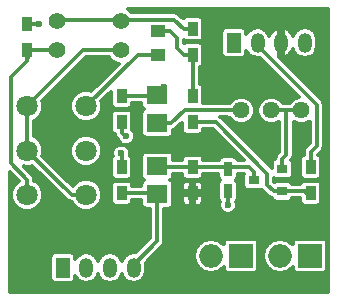
<source format=gtl>
G04 #@! TF.FileFunction,Copper,L1,Top,Signal*
%FSLAX46Y46*%
G04 Gerber Fmt 4.6, Leading zero omitted, Abs format (unit mm)*
G04 Created by KiCad (PCBNEW 4.0.4-1.fc24-product) date Thu Mar  1 09:37:53 2018*
%MOMM*%
%LPD*%
G01*
G04 APERTURE LIST*
%ADD10C,0.100000*%
%ADD11C,1.400000*%
%ADD12R,1.200000X1.700000*%
%ADD13O,1.200000X1.700000*%
%ADD14C,1.800000*%
%ADD15C,1.440000*%
%ADD16O,1.998980X1.998980*%
%ADD17R,1.998980X1.998980*%
%ADD18R,0.900000X1.200000*%
%ADD19R,1.800860X1.549400*%
%ADD20R,0.750000X1.200000*%
%ADD21R,0.900000X0.800000*%
%ADD22R,1.250000X1.000000*%
%ADD23C,0.600000*%
%ADD24C,0.300000*%
G04 APERTURE END LIST*
D10*
D11*
X137500000Y-80500000D03*
X137500000Y-83000000D03*
X142900000Y-80500000D03*
X142900000Y-83000000D03*
D12*
X138000000Y-101400000D03*
D13*
X140000000Y-101400000D03*
X142000000Y-101400000D03*
X144000000Y-101400000D03*
D14*
X135000000Y-87750000D03*
X135000000Y-91500000D03*
X135000000Y-95250000D03*
X140000000Y-87750000D03*
X140000000Y-91500000D03*
X140000000Y-95250000D03*
D15*
X158200000Y-88100000D03*
X155660000Y-88100000D03*
X153120000Y-88100000D03*
D16*
X150560000Y-100400000D03*
D17*
X153100000Y-100400000D03*
D16*
X156400000Y-100400000D03*
D17*
X158940000Y-100400000D03*
D18*
X143000000Y-95100000D03*
X143000000Y-92900000D03*
D19*
X146000000Y-92823980D03*
X146000000Y-95176020D03*
D20*
X152000000Y-93050000D03*
X152000000Y-94950000D03*
D19*
X146000000Y-89176020D03*
X146000000Y-86823980D03*
D12*
X152500000Y-82350000D03*
D13*
X154500000Y-82350000D03*
X156500000Y-82350000D03*
X158500000Y-82350000D03*
D21*
X156600000Y-94950000D03*
X156600000Y-93050000D03*
X154200000Y-94000000D03*
D18*
X149000000Y-92900000D03*
X149000000Y-95100000D03*
X159000000Y-92900000D03*
X159000000Y-95100000D03*
X143000000Y-89100000D03*
X143000000Y-86900000D03*
X149000000Y-86900000D03*
X149000000Y-89100000D03*
X149000000Y-83400000D03*
X149000000Y-81200000D03*
X135000000Y-83000000D03*
X135000000Y-80800000D03*
D22*
X146100000Y-81400000D03*
X146100000Y-83400000D03*
D23*
X136000000Y-80800000D03*
X146580338Y-86080338D03*
X142963596Y-91736404D03*
X152000000Y-96100000D03*
X143400000Y-90300000D03*
D24*
X154200000Y-94000000D02*
X154200000Y-93300000D01*
X154200000Y-93300000D02*
X153800000Y-92900000D01*
X152150000Y-92900000D02*
X152000000Y-93050000D01*
X153800000Y-92900000D02*
X152150000Y-92900000D01*
X149000000Y-92900000D02*
X151850000Y-92900000D01*
X151850000Y-92900000D02*
X152000000Y-93050000D01*
X149000000Y-92900000D02*
X146076020Y-92900000D01*
X146076020Y-92900000D02*
X146000000Y-92823980D01*
X146000000Y-99150000D02*
X146000000Y-95176020D01*
X144000000Y-101400000D02*
X144000000Y-101150000D01*
X144000000Y-101150000D02*
X146000000Y-99150000D01*
X143000000Y-95100000D02*
X145923980Y-95100000D01*
X145923980Y-95100000D02*
X146000000Y-95176020D01*
X135000000Y-80800000D02*
X136000000Y-80800000D01*
X146280339Y-86380337D02*
X146580338Y-86080338D01*
X146000000Y-86660676D02*
X146280339Y-86380337D01*
X146000000Y-86823980D02*
X146000000Y-86660676D01*
X143000000Y-92900000D02*
X143000000Y-91772808D01*
X143000000Y-91772808D02*
X142963596Y-91736404D01*
X152000000Y-94950000D02*
X152000000Y-96100000D01*
X143000000Y-86900000D02*
X145923980Y-86900000D01*
X145923980Y-86900000D02*
X146000000Y-86823980D01*
X158940000Y-100460000D02*
X158940000Y-100400000D01*
X153000000Y-100400000D02*
X153100000Y-100400000D01*
X153120000Y-88100000D02*
X152101767Y-88100000D01*
X152101767Y-88100000D02*
X152051766Y-88049999D01*
X147200430Y-89176020D02*
X146000000Y-89176020D01*
X152051766Y-88049999D02*
X148326451Y-88049999D01*
X148326451Y-88049999D02*
X147200430Y-89176020D01*
X146100000Y-81400000D02*
X147100000Y-81400000D01*
X147100000Y-81400000D02*
X147700000Y-82000000D01*
X147700000Y-82000000D02*
X147700000Y-82800000D01*
X147700000Y-82800000D02*
X148300000Y-83400000D01*
X148300000Y-83400000D02*
X149000000Y-83400000D01*
X145975000Y-81600000D02*
X146100000Y-81600000D01*
X148800000Y-83600000D02*
X149000000Y-83400000D01*
X149000000Y-83250000D02*
X149000000Y-83400000D01*
X149000000Y-83400000D02*
X149000000Y-84300000D01*
X149000000Y-84300000D02*
X149000000Y-86900000D01*
X146100000Y-83400000D02*
X144350000Y-83400000D01*
X144350000Y-83400000D02*
X140000000Y-87750000D01*
X140000000Y-87750000D02*
X140350000Y-87750000D01*
X137500000Y-80500000D02*
X137600000Y-80400000D01*
X137600000Y-80400000D02*
X142800000Y-80400000D01*
X142800000Y-80400000D02*
X142900000Y-80500000D01*
X142900000Y-80500000D02*
X143000000Y-80400000D01*
X147450000Y-80400000D02*
X148250000Y-81200000D01*
X143000000Y-80400000D02*
X147450000Y-80400000D01*
X148250000Y-81200000D02*
X149000000Y-81200000D01*
X148900000Y-80800000D02*
X149000000Y-80900000D01*
X154400000Y-82400000D02*
X154400000Y-82500000D01*
X154400000Y-82500000D02*
X159500000Y-87600000D01*
X159500000Y-87600000D02*
X159500000Y-91100000D01*
X159500000Y-91100000D02*
X159000000Y-91600000D01*
X159000000Y-91600000D02*
X159000000Y-92900000D01*
X156400000Y-82400000D02*
X156400000Y-83550000D01*
X156400000Y-83550000D02*
X156550000Y-83700000D01*
X156600000Y-94950000D02*
X158850000Y-94950000D01*
X158850000Y-94950000D02*
X159000000Y-95100000D01*
X156600000Y-94950000D02*
X155850000Y-94950000D01*
X155300000Y-93439998D02*
X150960002Y-89100000D01*
X155850000Y-94950000D02*
X155300000Y-94400000D01*
X155300000Y-94400000D02*
X155300000Y-93439998D01*
X150960002Y-89100000D02*
X149000000Y-89100000D01*
X149000000Y-89100000D02*
X149200000Y-89300000D01*
X158600000Y-95100000D02*
X159000000Y-95100000D01*
X158200000Y-88100000D02*
X156950000Y-88100000D01*
X156950000Y-88100000D02*
X155660000Y-88100000D01*
X156600000Y-92200000D02*
X156950000Y-91850000D01*
X156950000Y-91850000D02*
X156950000Y-88100000D01*
X156600000Y-93050000D02*
X156600000Y-92200000D01*
X156600000Y-93000000D02*
X156550000Y-93050000D01*
X156550000Y-93050000D02*
X156600000Y-93050000D01*
X143000000Y-90000000D02*
X143300000Y-90300000D01*
X143300000Y-90300000D02*
X143400000Y-90300000D01*
X143000000Y-89100000D02*
X143000000Y-90000000D01*
X142900000Y-83000000D02*
X139750000Y-83000000D01*
X139750000Y-83000000D02*
X135000000Y-87750000D01*
X135000000Y-91500000D02*
X138750000Y-95250000D01*
X138750000Y-95250000D02*
X140000000Y-95250000D01*
X135000000Y-87750000D02*
X135000000Y-89022792D01*
X135000000Y-89022792D02*
X135000000Y-91500000D01*
X135000000Y-95250000D02*
X135000000Y-93977208D01*
X135000000Y-93977208D02*
X133600000Y-92577208D01*
X133600000Y-92577208D02*
X133600000Y-85300000D01*
X133600000Y-85300000D02*
X135000000Y-83900000D01*
X135000000Y-83900000D02*
X135000000Y-83000000D01*
X135000000Y-83000000D02*
X137500000Y-83000000D01*
X135100000Y-83500000D02*
X135100000Y-83650000D01*
G36*
X160475000Y-103475000D02*
X133525000Y-103475000D01*
X133525000Y-93350736D01*
X134266597Y-94092333D01*
X134236285Y-94104858D01*
X133856193Y-94484288D01*
X133650235Y-94980290D01*
X133649766Y-95517353D01*
X133854858Y-96013715D01*
X134234288Y-96393807D01*
X134730290Y-96599765D01*
X135267353Y-96600234D01*
X135763715Y-96395142D01*
X136143807Y-96015712D01*
X136349765Y-95519710D01*
X136350234Y-94982647D01*
X136145142Y-94486285D01*
X135765712Y-94106193D01*
X135600000Y-94037383D01*
X135600000Y-93977208D01*
X135554328Y-93747598D01*
X135424264Y-93552944D01*
X134714549Y-92843229D01*
X134730290Y-92849765D01*
X135267353Y-92850234D01*
X135433186Y-92781714D01*
X138325736Y-95674264D01*
X138520390Y-95804328D01*
X138750000Y-95850000D01*
X138787213Y-95850000D01*
X138854858Y-96013715D01*
X139234288Y-96393807D01*
X139730290Y-96599765D01*
X140267353Y-96600234D01*
X140763715Y-96395142D01*
X141143807Y-96015712D01*
X141349765Y-95519710D01*
X141350234Y-94982647D01*
X141145142Y-94486285D01*
X140765712Y-94106193D01*
X140269710Y-93900235D01*
X139732647Y-93899766D01*
X139236285Y-94104858D01*
X138856193Y-94484288D01*
X138849334Y-94500806D01*
X136281834Y-91933306D01*
X136349765Y-91769710D01*
X136349767Y-91767353D01*
X138649766Y-91767353D01*
X138854858Y-92263715D01*
X139234288Y-92643807D01*
X139730290Y-92849765D01*
X140267353Y-92850234D01*
X140763715Y-92645142D01*
X141143807Y-92265712D01*
X141349765Y-91769710D01*
X141350234Y-91232647D01*
X141145142Y-90736285D01*
X140765712Y-90356193D01*
X140269710Y-90150235D01*
X139732647Y-90149766D01*
X139236285Y-90354858D01*
X138856193Y-90734288D01*
X138650235Y-91230290D01*
X138649766Y-91767353D01*
X136349767Y-91767353D01*
X136350234Y-91232647D01*
X136145142Y-90736285D01*
X135765712Y-90356193D01*
X135600000Y-90287383D01*
X135600000Y-88962787D01*
X135763715Y-88895142D01*
X136143807Y-88515712D01*
X136349765Y-88019710D01*
X136350234Y-87482647D01*
X136281714Y-87316814D01*
X139998528Y-83600000D01*
X141903613Y-83600000D01*
X141924509Y-83650572D01*
X142247727Y-83974354D01*
X142670247Y-84149800D01*
X142751601Y-84149871D01*
X140433306Y-86468166D01*
X140269710Y-86400235D01*
X139732647Y-86399766D01*
X139236285Y-86604858D01*
X138856193Y-86984288D01*
X138650235Y-87480290D01*
X138649766Y-88017353D01*
X138854858Y-88513715D01*
X139234288Y-88893807D01*
X139730290Y-89099765D01*
X140267353Y-89100234D01*
X140763715Y-88895142D01*
X141143807Y-88515712D01*
X141150331Y-88500000D01*
X142091184Y-88500000D01*
X142091184Y-89700000D01*
X142122562Y-89866760D01*
X142221117Y-90019919D01*
X142371495Y-90122668D01*
X142426621Y-90133831D01*
X142445672Y-90229610D01*
X142575736Y-90424264D01*
X142684984Y-90533512D01*
X142763811Y-90724286D01*
X142974605Y-90935448D01*
X143097603Y-90986521D01*
X142815066Y-90986274D01*
X142539310Y-91100215D01*
X142328148Y-91311009D01*
X142213727Y-91586565D01*
X142213466Y-91884934D01*
X142245087Y-91961461D01*
X142230081Y-91971117D01*
X142127332Y-92121495D01*
X142091184Y-92300000D01*
X142091184Y-93500000D01*
X142122562Y-93666760D01*
X142221117Y-93819919D01*
X142371495Y-93922668D01*
X142550000Y-93958816D01*
X143450000Y-93958816D01*
X143616760Y-93927438D01*
X143769919Y-93828883D01*
X143872668Y-93678505D01*
X143908816Y-93500000D01*
X143908816Y-92300000D01*
X143877438Y-92133240D01*
X143778883Y-91980081D01*
X143697570Y-91924522D01*
X143713465Y-91886243D01*
X143713726Y-91587874D01*
X143599785Y-91312118D01*
X143388991Y-91100956D01*
X143265993Y-91049883D01*
X143548530Y-91050130D01*
X143824286Y-90936189D01*
X144035448Y-90725395D01*
X144149869Y-90449839D01*
X144150130Y-90151470D01*
X144036189Y-89875714D01*
X143900715Y-89740004D01*
X143908816Y-89700000D01*
X143908816Y-88500000D01*
X143877438Y-88333240D01*
X143778883Y-88180081D01*
X143628505Y-88077332D01*
X143450000Y-88041184D01*
X142550000Y-88041184D01*
X142383240Y-88072562D01*
X142230081Y-88171117D01*
X142127332Y-88321495D01*
X142091184Y-88500000D01*
X141150331Y-88500000D01*
X141349765Y-88019710D01*
X141350234Y-87482647D01*
X141281714Y-87316814D01*
X142091184Y-86507344D01*
X142091184Y-87500000D01*
X142122562Y-87666760D01*
X142221117Y-87819919D01*
X142371495Y-87922668D01*
X142550000Y-87958816D01*
X143450000Y-87958816D01*
X143616760Y-87927438D01*
X143769919Y-87828883D01*
X143872668Y-87678505D01*
X143908816Y-87500000D01*
X144640754Y-87500000D01*
X144640754Y-87598680D01*
X144672132Y-87765440D01*
X144770687Y-87918599D01*
X144890985Y-88000795D01*
X144779651Y-88072437D01*
X144676902Y-88222815D01*
X144640754Y-88401320D01*
X144640754Y-89950720D01*
X144672132Y-90117480D01*
X144770687Y-90270639D01*
X144921065Y-90373388D01*
X145099570Y-90409536D01*
X146900430Y-90409536D01*
X147067190Y-90378158D01*
X147220349Y-90279603D01*
X147323098Y-90129225D01*
X147359246Y-89950720D01*
X147359246Y-89744430D01*
X147430040Y-89730348D01*
X147624694Y-89600284D01*
X148091184Y-89133794D01*
X148091184Y-89700000D01*
X148122562Y-89866760D01*
X148221117Y-90019919D01*
X148371495Y-90122668D01*
X148550000Y-90158816D01*
X149450000Y-90158816D01*
X149616760Y-90127438D01*
X149769919Y-90028883D01*
X149872668Y-89878505D01*
X149908816Y-89700000D01*
X150711474Y-89700000D01*
X153311474Y-92300000D01*
X152805592Y-92300000D01*
X152802438Y-92283240D01*
X152703883Y-92130081D01*
X152553505Y-92027332D01*
X152375000Y-91991184D01*
X151625000Y-91991184D01*
X151458240Y-92022562D01*
X151305081Y-92121117D01*
X151202332Y-92271495D01*
X151196560Y-92300000D01*
X149908816Y-92300000D01*
X149877438Y-92133240D01*
X149778883Y-91980081D01*
X149628505Y-91877332D01*
X149450000Y-91841184D01*
X148550000Y-91841184D01*
X148383240Y-91872562D01*
X148230081Y-91971117D01*
X148127332Y-92121495D01*
X148091184Y-92300000D01*
X147359246Y-92300000D01*
X147359246Y-92049280D01*
X147327868Y-91882520D01*
X147229313Y-91729361D01*
X147078935Y-91626612D01*
X146900430Y-91590464D01*
X145099570Y-91590464D01*
X144932810Y-91621842D01*
X144779651Y-91720397D01*
X144676902Y-91870775D01*
X144640754Y-92049280D01*
X144640754Y-93598680D01*
X144672132Y-93765440D01*
X144770687Y-93918599D01*
X144890985Y-94000795D01*
X144779651Y-94072437D01*
X144676902Y-94222815D01*
X144640754Y-94401320D01*
X144640754Y-94500000D01*
X143908816Y-94500000D01*
X143877438Y-94333240D01*
X143778883Y-94180081D01*
X143628505Y-94077332D01*
X143450000Y-94041184D01*
X142550000Y-94041184D01*
X142383240Y-94072562D01*
X142230081Y-94171117D01*
X142127332Y-94321495D01*
X142091184Y-94500000D01*
X142091184Y-95700000D01*
X142122562Y-95866760D01*
X142221117Y-96019919D01*
X142371495Y-96122668D01*
X142550000Y-96158816D01*
X143450000Y-96158816D01*
X143616760Y-96127438D01*
X143769919Y-96028883D01*
X143872668Y-95878505D01*
X143908816Y-95700000D01*
X144640754Y-95700000D01*
X144640754Y-95950720D01*
X144672132Y-96117480D01*
X144770687Y-96270639D01*
X144921065Y-96373388D01*
X145099570Y-96409536D01*
X145400000Y-96409536D01*
X145400000Y-98901472D01*
X144189289Y-100112183D01*
X144000000Y-100074531D01*
X143598182Y-100154457D01*
X143257538Y-100382069D01*
X143029926Y-100722713D01*
X143000000Y-100873162D01*
X142970074Y-100722713D01*
X142742462Y-100382069D01*
X142401818Y-100154457D01*
X142000000Y-100074531D01*
X141598182Y-100154457D01*
X141257538Y-100382069D01*
X141029926Y-100722713D01*
X141000000Y-100873162D01*
X140970074Y-100722713D01*
X140742462Y-100382069D01*
X140401818Y-100154457D01*
X140000000Y-100074531D01*
X139598182Y-100154457D01*
X139257538Y-100382069D01*
X139058816Y-100679476D01*
X139058816Y-100550000D01*
X139027438Y-100383240D01*
X138928883Y-100230081D01*
X138778505Y-100127332D01*
X138600000Y-100091184D01*
X137400000Y-100091184D01*
X137233240Y-100122562D01*
X137080081Y-100221117D01*
X136977332Y-100371495D01*
X136941184Y-100550000D01*
X136941184Y-102250000D01*
X136972562Y-102416760D01*
X137071117Y-102569919D01*
X137221495Y-102672668D01*
X137400000Y-102708816D01*
X138600000Y-102708816D01*
X138766760Y-102677438D01*
X138919919Y-102578883D01*
X139022668Y-102428505D01*
X139058816Y-102250000D01*
X139058816Y-102120524D01*
X139257538Y-102417931D01*
X139598182Y-102645543D01*
X140000000Y-102725469D01*
X140401818Y-102645543D01*
X140742462Y-102417931D01*
X140970074Y-102077287D01*
X141000000Y-101926838D01*
X141029926Y-102077287D01*
X141257538Y-102417931D01*
X141598182Y-102645543D01*
X142000000Y-102725469D01*
X142401818Y-102645543D01*
X142742462Y-102417931D01*
X142970074Y-102077287D01*
X143000000Y-101926838D01*
X143029926Y-102077287D01*
X143257538Y-102417931D01*
X143598182Y-102645543D01*
X144000000Y-102725469D01*
X144401818Y-102645543D01*
X144742462Y-102417931D01*
X144970074Y-102077287D01*
X145050000Y-101675469D01*
X145050000Y-101124531D01*
X145020799Y-100977729D01*
X145598528Y-100400000D01*
X149082113Y-100400000D01*
X149192449Y-100954696D01*
X149506659Y-101424944D01*
X149976907Y-101739154D01*
X150531603Y-101849490D01*
X150588397Y-101849490D01*
X151143093Y-101739154D01*
X151613341Y-101424944D01*
X151641694Y-101382511D01*
X151641694Y-101399490D01*
X151673072Y-101566250D01*
X151771627Y-101719409D01*
X151922005Y-101822158D01*
X152100510Y-101858306D01*
X154099490Y-101858306D01*
X154266250Y-101826928D01*
X154419409Y-101728373D01*
X154522158Y-101577995D01*
X154558306Y-101399490D01*
X154558306Y-100400000D01*
X154922113Y-100400000D01*
X155032449Y-100954696D01*
X155346659Y-101424944D01*
X155816907Y-101739154D01*
X156371603Y-101849490D01*
X156428397Y-101849490D01*
X156983093Y-101739154D01*
X157453341Y-101424944D01*
X157481694Y-101382511D01*
X157481694Y-101399490D01*
X157513072Y-101566250D01*
X157611627Y-101719409D01*
X157762005Y-101822158D01*
X157940510Y-101858306D01*
X159939490Y-101858306D01*
X160106250Y-101826928D01*
X160259409Y-101728373D01*
X160362158Y-101577995D01*
X160398306Y-101399490D01*
X160398306Y-99400510D01*
X160366928Y-99233750D01*
X160268373Y-99080591D01*
X160117995Y-98977842D01*
X159939490Y-98941694D01*
X157940510Y-98941694D01*
X157773750Y-98973072D01*
X157620591Y-99071627D01*
X157517842Y-99222005D01*
X157481694Y-99400510D01*
X157481694Y-99417489D01*
X157453341Y-99375056D01*
X156983093Y-99060846D01*
X156428397Y-98950510D01*
X156371603Y-98950510D01*
X155816907Y-99060846D01*
X155346659Y-99375056D01*
X155032449Y-99845304D01*
X154922113Y-100400000D01*
X154558306Y-100400000D01*
X154558306Y-99400510D01*
X154526928Y-99233750D01*
X154428373Y-99080591D01*
X154277995Y-98977842D01*
X154099490Y-98941694D01*
X152100510Y-98941694D01*
X151933750Y-98973072D01*
X151780591Y-99071627D01*
X151677842Y-99222005D01*
X151641694Y-99400510D01*
X151641694Y-99417489D01*
X151613341Y-99375056D01*
X151143093Y-99060846D01*
X150588397Y-98950510D01*
X150531603Y-98950510D01*
X149976907Y-99060846D01*
X149506659Y-99375056D01*
X149192449Y-99845304D01*
X149082113Y-100400000D01*
X145598528Y-100400000D01*
X146424264Y-99574264D01*
X146554328Y-99379610D01*
X146600000Y-99150000D01*
X146600000Y-96409536D01*
X146900430Y-96409536D01*
X147067190Y-96378158D01*
X147220349Y-96279603D01*
X147323098Y-96129225D01*
X147359246Y-95950720D01*
X147359246Y-95362500D01*
X148100000Y-95362500D01*
X148100000Y-95789511D01*
X148168509Y-95954905D01*
X148295096Y-96081492D01*
X148460490Y-96150000D01*
X148737500Y-96150000D01*
X148850000Y-96037500D01*
X148850000Y-95250000D01*
X149150000Y-95250000D01*
X149150000Y-96037500D01*
X149262500Y-96150000D01*
X149539510Y-96150000D01*
X149704904Y-96081492D01*
X149831491Y-95954905D01*
X149900000Y-95789511D01*
X149900000Y-95362500D01*
X149787500Y-95250000D01*
X149150000Y-95250000D01*
X148850000Y-95250000D01*
X148212500Y-95250000D01*
X148100000Y-95362500D01*
X147359246Y-95362500D01*
X147359246Y-94410489D01*
X148100000Y-94410489D01*
X148100000Y-94837500D01*
X148212500Y-94950000D01*
X148850000Y-94950000D01*
X148850000Y-94162500D01*
X149150000Y-94162500D01*
X149150000Y-94950000D01*
X149787500Y-94950000D01*
X149900000Y-94837500D01*
X149900000Y-94410489D01*
X149831491Y-94245095D01*
X149704904Y-94118508D01*
X149539510Y-94050000D01*
X149262500Y-94050000D01*
X149150000Y-94162500D01*
X148850000Y-94162500D01*
X148737500Y-94050000D01*
X148460490Y-94050000D01*
X148295096Y-94118508D01*
X148168509Y-94245095D01*
X148100000Y-94410489D01*
X147359246Y-94410489D01*
X147359246Y-94401320D01*
X147327868Y-94234560D01*
X147229313Y-94081401D01*
X147109015Y-93999205D01*
X147220349Y-93927563D01*
X147323098Y-93777185D01*
X147359246Y-93598680D01*
X147359246Y-93500000D01*
X148091184Y-93500000D01*
X148122562Y-93666760D01*
X148221117Y-93819919D01*
X148371495Y-93922668D01*
X148550000Y-93958816D01*
X149450000Y-93958816D01*
X149616760Y-93927438D01*
X149769919Y-93828883D01*
X149872668Y-93678505D01*
X149908816Y-93500000D01*
X151166184Y-93500000D01*
X151166184Y-93650000D01*
X151197562Y-93816760D01*
X151296117Y-93969919D01*
X151339054Y-93999256D01*
X151305081Y-94021117D01*
X151202332Y-94171495D01*
X151166184Y-94350000D01*
X151166184Y-95550000D01*
X151197562Y-95716760D01*
X151288418Y-95857955D01*
X151250131Y-95950161D01*
X151249870Y-96248530D01*
X151363811Y-96524286D01*
X151574605Y-96735448D01*
X151850161Y-96849869D01*
X152148530Y-96850130D01*
X152424286Y-96736189D01*
X152635448Y-96525395D01*
X152749869Y-96249839D01*
X152750130Y-95951470D01*
X152710634Y-95855883D01*
X152797668Y-95728505D01*
X152833816Y-95550000D01*
X152833816Y-94350000D01*
X152802438Y-94183240D01*
X152703883Y-94030081D01*
X152660946Y-94000744D01*
X152694919Y-93978883D01*
X152797668Y-93828505D01*
X152833816Y-93650000D01*
X152833816Y-93500000D01*
X153311434Y-93500000D01*
X153291184Y-93600000D01*
X153291184Y-94400000D01*
X153322562Y-94566760D01*
X153421117Y-94719919D01*
X153571495Y-94822668D01*
X153750000Y-94858816D01*
X154650000Y-94858816D01*
X154816760Y-94827438D01*
X154859486Y-94799944D01*
X154875736Y-94824264D01*
X155425736Y-95374264D01*
X155620389Y-95504328D01*
X155728385Y-95525810D01*
X155821117Y-95669919D01*
X155971495Y-95772668D01*
X156150000Y-95808816D01*
X157050000Y-95808816D01*
X157216760Y-95777438D01*
X157369919Y-95678883D01*
X157457981Y-95550000D01*
X158091184Y-95550000D01*
X158091184Y-95700000D01*
X158122562Y-95866760D01*
X158221117Y-96019919D01*
X158371495Y-96122668D01*
X158550000Y-96158816D01*
X159450000Y-96158816D01*
X159616760Y-96127438D01*
X159769919Y-96028883D01*
X159872668Y-95878505D01*
X159908816Y-95700000D01*
X159908816Y-94500000D01*
X159877438Y-94333240D01*
X159778883Y-94180081D01*
X159628505Y-94077332D01*
X159450000Y-94041184D01*
X158550000Y-94041184D01*
X158383240Y-94072562D01*
X158230081Y-94171117D01*
X158127332Y-94321495D01*
X158121560Y-94350000D01*
X157456049Y-94350000D01*
X157378883Y-94230081D01*
X157228505Y-94127332D01*
X157050000Y-94091184D01*
X156150000Y-94091184D01*
X155983240Y-94122562D01*
X155915001Y-94166473D01*
X155900000Y-94151472D01*
X155900000Y-93823818D01*
X155971495Y-93872668D01*
X156150000Y-93908816D01*
X157050000Y-93908816D01*
X157216760Y-93877438D01*
X157369919Y-93778883D01*
X157472668Y-93628505D01*
X157508816Y-93450000D01*
X157508816Y-92650000D01*
X157477438Y-92483240D01*
X157378883Y-92330081D01*
X157342979Y-92305549D01*
X157374264Y-92274264D01*
X157504328Y-92079610D01*
X157550000Y-91850000D01*
X157550000Y-89096954D01*
X157966252Y-89269797D01*
X158431706Y-89270203D01*
X158861886Y-89092456D01*
X158900000Y-89054409D01*
X158900000Y-90851472D01*
X158575736Y-91175736D01*
X158445672Y-91370390D01*
X158400000Y-91600000D01*
X158400000Y-91869408D01*
X158383240Y-91872562D01*
X158230081Y-91971117D01*
X158127332Y-92121495D01*
X158091184Y-92300000D01*
X158091184Y-93500000D01*
X158122562Y-93666760D01*
X158221117Y-93819919D01*
X158371495Y-93922668D01*
X158550000Y-93958816D01*
X159450000Y-93958816D01*
X159616760Y-93927438D01*
X159769919Y-93828883D01*
X159872668Y-93678505D01*
X159908816Y-93500000D01*
X159908816Y-92300000D01*
X159877438Y-92133240D01*
X159778883Y-91980081D01*
X159628505Y-91877332D01*
X159600000Y-91871560D01*
X159600000Y-91848528D01*
X159924264Y-91524264D01*
X160054328Y-91329610D01*
X160100000Y-91100000D01*
X160100000Y-87600000D01*
X160054328Y-87370390D01*
X159924264Y-87175736D01*
X156298701Y-83550173D01*
X156350000Y-83525422D01*
X156350000Y-82500000D01*
X156330000Y-82500000D01*
X156330000Y-82200000D01*
X156350000Y-82200000D01*
X156350000Y-81174578D01*
X156650000Y-81174578D01*
X156650000Y-82200000D01*
X156670000Y-82200000D01*
X156670000Y-82500000D01*
X156650000Y-82500000D01*
X156650000Y-83525422D01*
X156810725Y-83602970D01*
X157202255Y-83396440D01*
X157453583Y-83067073D01*
X157501719Y-82885478D01*
X157529926Y-83027287D01*
X157757538Y-83367931D01*
X158098182Y-83595543D01*
X158500000Y-83675469D01*
X158901818Y-83595543D01*
X159242462Y-83367931D01*
X159470074Y-83027287D01*
X159550000Y-82625469D01*
X159550000Y-82074531D01*
X159470074Y-81672713D01*
X159242462Y-81332069D01*
X158901818Y-81104457D01*
X158500000Y-81024531D01*
X158098182Y-81104457D01*
X157757538Y-81332069D01*
X157529926Y-81672713D01*
X157501719Y-81814522D01*
X157453583Y-81632927D01*
X157202255Y-81303560D01*
X156810725Y-81097030D01*
X156650000Y-81174578D01*
X156350000Y-81174578D01*
X156189275Y-81097030D01*
X155797745Y-81303560D01*
X155546417Y-81632927D01*
X155498281Y-81814522D01*
X155470074Y-81672713D01*
X155242462Y-81332069D01*
X154901818Y-81104457D01*
X154500000Y-81024531D01*
X154098182Y-81104457D01*
X153757538Y-81332069D01*
X153558816Y-81629476D01*
X153558816Y-81500000D01*
X153527438Y-81333240D01*
X153428883Y-81180081D01*
X153278505Y-81077332D01*
X153100000Y-81041184D01*
X151900000Y-81041184D01*
X151733240Y-81072562D01*
X151580081Y-81171117D01*
X151477332Y-81321495D01*
X151441184Y-81500000D01*
X151441184Y-83200000D01*
X151472562Y-83366760D01*
X151571117Y-83519919D01*
X151721495Y-83622668D01*
X151900000Y-83658816D01*
X153100000Y-83658816D01*
X153266760Y-83627438D01*
X153419919Y-83528883D01*
X153522668Y-83378505D01*
X153558816Y-83200000D01*
X153558816Y-83070524D01*
X153757538Y-83367931D01*
X154098182Y-83595543D01*
X154500000Y-83675469D01*
X154689289Y-83637817D01*
X157981280Y-86929808D01*
X157968294Y-86929797D01*
X157538114Y-87107544D01*
X157208700Y-87436383D01*
X157182284Y-87500000D01*
X156678027Y-87500000D01*
X156652456Y-87438114D01*
X156323617Y-87108700D01*
X155893748Y-86930203D01*
X155428294Y-86929797D01*
X154998114Y-87107544D01*
X154668700Y-87436383D01*
X154490203Y-87866252D01*
X154489797Y-88331706D01*
X154667544Y-88761886D01*
X154996383Y-89091300D01*
X155426252Y-89269797D01*
X155891706Y-89270203D01*
X156321886Y-89092456D01*
X156350000Y-89064391D01*
X156350000Y-91601472D01*
X156175736Y-91775736D01*
X156045672Y-91970390D01*
X156000000Y-92200000D01*
X156000000Y-92219408D01*
X155983240Y-92222562D01*
X155830081Y-92321117D01*
X155727332Y-92471495D01*
X155691184Y-92650000D01*
X155691184Y-92982654D01*
X151384266Y-88675736D01*
X151345748Y-88649999D01*
X151865678Y-88649999D01*
X151872157Y-88654328D01*
X152101767Y-88700000D01*
X152101973Y-88700000D01*
X152127544Y-88761886D01*
X152456383Y-89091300D01*
X152886252Y-89269797D01*
X153351706Y-89270203D01*
X153781886Y-89092456D01*
X154111300Y-88763617D01*
X154289797Y-88333748D01*
X154290203Y-87868294D01*
X154112456Y-87438114D01*
X153783617Y-87108700D01*
X153353748Y-86930203D01*
X152888294Y-86929797D01*
X152458114Y-87107544D01*
X152128700Y-87436383D01*
X152117608Y-87463096D01*
X152051766Y-87449999D01*
X149908816Y-87449999D01*
X149908816Y-86300000D01*
X149877438Y-86133240D01*
X149778883Y-85980081D01*
X149628505Y-85877332D01*
X149600000Y-85871560D01*
X149600000Y-84430592D01*
X149616760Y-84427438D01*
X149769919Y-84328883D01*
X149872668Y-84178505D01*
X149908816Y-84000000D01*
X149908816Y-82800000D01*
X149877438Y-82633240D01*
X149778883Y-82480081D01*
X149628505Y-82377332D01*
X149450000Y-82341184D01*
X148550000Y-82341184D01*
X148383240Y-82372562D01*
X148300000Y-82426125D01*
X148300000Y-82173818D01*
X148371495Y-82222668D01*
X148550000Y-82258816D01*
X149450000Y-82258816D01*
X149616760Y-82227438D01*
X149769919Y-82128883D01*
X149872668Y-81978505D01*
X149908816Y-81800000D01*
X149908816Y-80600000D01*
X149877438Y-80433240D01*
X149778883Y-80280081D01*
X149628505Y-80177332D01*
X149450000Y-80141184D01*
X148550000Y-80141184D01*
X148383240Y-80172562D01*
X148230081Y-80271117D01*
X148205549Y-80307021D01*
X147874264Y-79975736D01*
X147679610Y-79845672D01*
X147450000Y-79800000D01*
X143826149Y-79800000D01*
X143552273Y-79525646D01*
X143550717Y-79525000D01*
X160475000Y-79525000D01*
X160475000Y-103475000D01*
X160475000Y-103475000D01*
G37*
X160475000Y-103475000D02*
X133525000Y-103475000D01*
X133525000Y-93350736D01*
X134266597Y-94092333D01*
X134236285Y-94104858D01*
X133856193Y-94484288D01*
X133650235Y-94980290D01*
X133649766Y-95517353D01*
X133854858Y-96013715D01*
X134234288Y-96393807D01*
X134730290Y-96599765D01*
X135267353Y-96600234D01*
X135763715Y-96395142D01*
X136143807Y-96015712D01*
X136349765Y-95519710D01*
X136350234Y-94982647D01*
X136145142Y-94486285D01*
X135765712Y-94106193D01*
X135600000Y-94037383D01*
X135600000Y-93977208D01*
X135554328Y-93747598D01*
X135424264Y-93552944D01*
X134714549Y-92843229D01*
X134730290Y-92849765D01*
X135267353Y-92850234D01*
X135433186Y-92781714D01*
X138325736Y-95674264D01*
X138520390Y-95804328D01*
X138750000Y-95850000D01*
X138787213Y-95850000D01*
X138854858Y-96013715D01*
X139234288Y-96393807D01*
X139730290Y-96599765D01*
X140267353Y-96600234D01*
X140763715Y-96395142D01*
X141143807Y-96015712D01*
X141349765Y-95519710D01*
X141350234Y-94982647D01*
X141145142Y-94486285D01*
X140765712Y-94106193D01*
X140269710Y-93900235D01*
X139732647Y-93899766D01*
X139236285Y-94104858D01*
X138856193Y-94484288D01*
X138849334Y-94500806D01*
X136281834Y-91933306D01*
X136349765Y-91769710D01*
X136349767Y-91767353D01*
X138649766Y-91767353D01*
X138854858Y-92263715D01*
X139234288Y-92643807D01*
X139730290Y-92849765D01*
X140267353Y-92850234D01*
X140763715Y-92645142D01*
X141143807Y-92265712D01*
X141349765Y-91769710D01*
X141350234Y-91232647D01*
X141145142Y-90736285D01*
X140765712Y-90356193D01*
X140269710Y-90150235D01*
X139732647Y-90149766D01*
X139236285Y-90354858D01*
X138856193Y-90734288D01*
X138650235Y-91230290D01*
X138649766Y-91767353D01*
X136349767Y-91767353D01*
X136350234Y-91232647D01*
X136145142Y-90736285D01*
X135765712Y-90356193D01*
X135600000Y-90287383D01*
X135600000Y-88962787D01*
X135763715Y-88895142D01*
X136143807Y-88515712D01*
X136349765Y-88019710D01*
X136350234Y-87482647D01*
X136281714Y-87316814D01*
X139998528Y-83600000D01*
X141903613Y-83600000D01*
X141924509Y-83650572D01*
X142247727Y-83974354D01*
X142670247Y-84149800D01*
X142751601Y-84149871D01*
X140433306Y-86468166D01*
X140269710Y-86400235D01*
X139732647Y-86399766D01*
X139236285Y-86604858D01*
X138856193Y-86984288D01*
X138650235Y-87480290D01*
X138649766Y-88017353D01*
X138854858Y-88513715D01*
X139234288Y-88893807D01*
X139730290Y-89099765D01*
X140267353Y-89100234D01*
X140763715Y-88895142D01*
X141143807Y-88515712D01*
X141150331Y-88500000D01*
X142091184Y-88500000D01*
X142091184Y-89700000D01*
X142122562Y-89866760D01*
X142221117Y-90019919D01*
X142371495Y-90122668D01*
X142426621Y-90133831D01*
X142445672Y-90229610D01*
X142575736Y-90424264D01*
X142684984Y-90533512D01*
X142763811Y-90724286D01*
X142974605Y-90935448D01*
X143097603Y-90986521D01*
X142815066Y-90986274D01*
X142539310Y-91100215D01*
X142328148Y-91311009D01*
X142213727Y-91586565D01*
X142213466Y-91884934D01*
X142245087Y-91961461D01*
X142230081Y-91971117D01*
X142127332Y-92121495D01*
X142091184Y-92300000D01*
X142091184Y-93500000D01*
X142122562Y-93666760D01*
X142221117Y-93819919D01*
X142371495Y-93922668D01*
X142550000Y-93958816D01*
X143450000Y-93958816D01*
X143616760Y-93927438D01*
X143769919Y-93828883D01*
X143872668Y-93678505D01*
X143908816Y-93500000D01*
X143908816Y-92300000D01*
X143877438Y-92133240D01*
X143778883Y-91980081D01*
X143697570Y-91924522D01*
X143713465Y-91886243D01*
X143713726Y-91587874D01*
X143599785Y-91312118D01*
X143388991Y-91100956D01*
X143265993Y-91049883D01*
X143548530Y-91050130D01*
X143824286Y-90936189D01*
X144035448Y-90725395D01*
X144149869Y-90449839D01*
X144150130Y-90151470D01*
X144036189Y-89875714D01*
X143900715Y-89740004D01*
X143908816Y-89700000D01*
X143908816Y-88500000D01*
X143877438Y-88333240D01*
X143778883Y-88180081D01*
X143628505Y-88077332D01*
X143450000Y-88041184D01*
X142550000Y-88041184D01*
X142383240Y-88072562D01*
X142230081Y-88171117D01*
X142127332Y-88321495D01*
X142091184Y-88500000D01*
X141150331Y-88500000D01*
X141349765Y-88019710D01*
X141350234Y-87482647D01*
X141281714Y-87316814D01*
X142091184Y-86507344D01*
X142091184Y-87500000D01*
X142122562Y-87666760D01*
X142221117Y-87819919D01*
X142371495Y-87922668D01*
X142550000Y-87958816D01*
X143450000Y-87958816D01*
X143616760Y-87927438D01*
X143769919Y-87828883D01*
X143872668Y-87678505D01*
X143908816Y-87500000D01*
X144640754Y-87500000D01*
X144640754Y-87598680D01*
X144672132Y-87765440D01*
X144770687Y-87918599D01*
X144890985Y-88000795D01*
X144779651Y-88072437D01*
X144676902Y-88222815D01*
X144640754Y-88401320D01*
X144640754Y-89950720D01*
X144672132Y-90117480D01*
X144770687Y-90270639D01*
X144921065Y-90373388D01*
X145099570Y-90409536D01*
X146900430Y-90409536D01*
X147067190Y-90378158D01*
X147220349Y-90279603D01*
X147323098Y-90129225D01*
X147359246Y-89950720D01*
X147359246Y-89744430D01*
X147430040Y-89730348D01*
X147624694Y-89600284D01*
X148091184Y-89133794D01*
X148091184Y-89700000D01*
X148122562Y-89866760D01*
X148221117Y-90019919D01*
X148371495Y-90122668D01*
X148550000Y-90158816D01*
X149450000Y-90158816D01*
X149616760Y-90127438D01*
X149769919Y-90028883D01*
X149872668Y-89878505D01*
X149908816Y-89700000D01*
X150711474Y-89700000D01*
X153311474Y-92300000D01*
X152805592Y-92300000D01*
X152802438Y-92283240D01*
X152703883Y-92130081D01*
X152553505Y-92027332D01*
X152375000Y-91991184D01*
X151625000Y-91991184D01*
X151458240Y-92022562D01*
X151305081Y-92121117D01*
X151202332Y-92271495D01*
X151196560Y-92300000D01*
X149908816Y-92300000D01*
X149877438Y-92133240D01*
X149778883Y-91980081D01*
X149628505Y-91877332D01*
X149450000Y-91841184D01*
X148550000Y-91841184D01*
X148383240Y-91872562D01*
X148230081Y-91971117D01*
X148127332Y-92121495D01*
X148091184Y-92300000D01*
X147359246Y-92300000D01*
X147359246Y-92049280D01*
X147327868Y-91882520D01*
X147229313Y-91729361D01*
X147078935Y-91626612D01*
X146900430Y-91590464D01*
X145099570Y-91590464D01*
X144932810Y-91621842D01*
X144779651Y-91720397D01*
X144676902Y-91870775D01*
X144640754Y-92049280D01*
X144640754Y-93598680D01*
X144672132Y-93765440D01*
X144770687Y-93918599D01*
X144890985Y-94000795D01*
X144779651Y-94072437D01*
X144676902Y-94222815D01*
X144640754Y-94401320D01*
X144640754Y-94500000D01*
X143908816Y-94500000D01*
X143877438Y-94333240D01*
X143778883Y-94180081D01*
X143628505Y-94077332D01*
X143450000Y-94041184D01*
X142550000Y-94041184D01*
X142383240Y-94072562D01*
X142230081Y-94171117D01*
X142127332Y-94321495D01*
X142091184Y-94500000D01*
X142091184Y-95700000D01*
X142122562Y-95866760D01*
X142221117Y-96019919D01*
X142371495Y-96122668D01*
X142550000Y-96158816D01*
X143450000Y-96158816D01*
X143616760Y-96127438D01*
X143769919Y-96028883D01*
X143872668Y-95878505D01*
X143908816Y-95700000D01*
X144640754Y-95700000D01*
X144640754Y-95950720D01*
X144672132Y-96117480D01*
X144770687Y-96270639D01*
X144921065Y-96373388D01*
X145099570Y-96409536D01*
X145400000Y-96409536D01*
X145400000Y-98901472D01*
X144189289Y-100112183D01*
X144000000Y-100074531D01*
X143598182Y-100154457D01*
X143257538Y-100382069D01*
X143029926Y-100722713D01*
X143000000Y-100873162D01*
X142970074Y-100722713D01*
X142742462Y-100382069D01*
X142401818Y-100154457D01*
X142000000Y-100074531D01*
X141598182Y-100154457D01*
X141257538Y-100382069D01*
X141029926Y-100722713D01*
X141000000Y-100873162D01*
X140970074Y-100722713D01*
X140742462Y-100382069D01*
X140401818Y-100154457D01*
X140000000Y-100074531D01*
X139598182Y-100154457D01*
X139257538Y-100382069D01*
X139058816Y-100679476D01*
X139058816Y-100550000D01*
X139027438Y-100383240D01*
X138928883Y-100230081D01*
X138778505Y-100127332D01*
X138600000Y-100091184D01*
X137400000Y-100091184D01*
X137233240Y-100122562D01*
X137080081Y-100221117D01*
X136977332Y-100371495D01*
X136941184Y-100550000D01*
X136941184Y-102250000D01*
X136972562Y-102416760D01*
X137071117Y-102569919D01*
X137221495Y-102672668D01*
X137400000Y-102708816D01*
X138600000Y-102708816D01*
X138766760Y-102677438D01*
X138919919Y-102578883D01*
X139022668Y-102428505D01*
X139058816Y-102250000D01*
X139058816Y-102120524D01*
X139257538Y-102417931D01*
X139598182Y-102645543D01*
X140000000Y-102725469D01*
X140401818Y-102645543D01*
X140742462Y-102417931D01*
X140970074Y-102077287D01*
X141000000Y-101926838D01*
X141029926Y-102077287D01*
X141257538Y-102417931D01*
X141598182Y-102645543D01*
X142000000Y-102725469D01*
X142401818Y-102645543D01*
X142742462Y-102417931D01*
X142970074Y-102077287D01*
X143000000Y-101926838D01*
X143029926Y-102077287D01*
X143257538Y-102417931D01*
X143598182Y-102645543D01*
X144000000Y-102725469D01*
X144401818Y-102645543D01*
X144742462Y-102417931D01*
X144970074Y-102077287D01*
X145050000Y-101675469D01*
X145050000Y-101124531D01*
X145020799Y-100977729D01*
X145598528Y-100400000D01*
X149082113Y-100400000D01*
X149192449Y-100954696D01*
X149506659Y-101424944D01*
X149976907Y-101739154D01*
X150531603Y-101849490D01*
X150588397Y-101849490D01*
X151143093Y-101739154D01*
X151613341Y-101424944D01*
X151641694Y-101382511D01*
X151641694Y-101399490D01*
X151673072Y-101566250D01*
X151771627Y-101719409D01*
X151922005Y-101822158D01*
X152100510Y-101858306D01*
X154099490Y-101858306D01*
X154266250Y-101826928D01*
X154419409Y-101728373D01*
X154522158Y-101577995D01*
X154558306Y-101399490D01*
X154558306Y-100400000D01*
X154922113Y-100400000D01*
X155032449Y-100954696D01*
X155346659Y-101424944D01*
X155816907Y-101739154D01*
X156371603Y-101849490D01*
X156428397Y-101849490D01*
X156983093Y-101739154D01*
X157453341Y-101424944D01*
X157481694Y-101382511D01*
X157481694Y-101399490D01*
X157513072Y-101566250D01*
X157611627Y-101719409D01*
X157762005Y-101822158D01*
X157940510Y-101858306D01*
X159939490Y-101858306D01*
X160106250Y-101826928D01*
X160259409Y-101728373D01*
X160362158Y-101577995D01*
X160398306Y-101399490D01*
X160398306Y-99400510D01*
X160366928Y-99233750D01*
X160268373Y-99080591D01*
X160117995Y-98977842D01*
X159939490Y-98941694D01*
X157940510Y-98941694D01*
X157773750Y-98973072D01*
X157620591Y-99071627D01*
X157517842Y-99222005D01*
X157481694Y-99400510D01*
X157481694Y-99417489D01*
X157453341Y-99375056D01*
X156983093Y-99060846D01*
X156428397Y-98950510D01*
X156371603Y-98950510D01*
X155816907Y-99060846D01*
X155346659Y-99375056D01*
X155032449Y-99845304D01*
X154922113Y-100400000D01*
X154558306Y-100400000D01*
X154558306Y-99400510D01*
X154526928Y-99233750D01*
X154428373Y-99080591D01*
X154277995Y-98977842D01*
X154099490Y-98941694D01*
X152100510Y-98941694D01*
X151933750Y-98973072D01*
X151780591Y-99071627D01*
X151677842Y-99222005D01*
X151641694Y-99400510D01*
X151641694Y-99417489D01*
X151613341Y-99375056D01*
X151143093Y-99060846D01*
X150588397Y-98950510D01*
X150531603Y-98950510D01*
X149976907Y-99060846D01*
X149506659Y-99375056D01*
X149192449Y-99845304D01*
X149082113Y-100400000D01*
X145598528Y-100400000D01*
X146424264Y-99574264D01*
X146554328Y-99379610D01*
X146600000Y-99150000D01*
X146600000Y-96409536D01*
X146900430Y-96409536D01*
X147067190Y-96378158D01*
X147220349Y-96279603D01*
X147323098Y-96129225D01*
X147359246Y-95950720D01*
X147359246Y-95362500D01*
X148100000Y-95362500D01*
X148100000Y-95789511D01*
X148168509Y-95954905D01*
X148295096Y-96081492D01*
X148460490Y-96150000D01*
X148737500Y-96150000D01*
X148850000Y-96037500D01*
X148850000Y-95250000D01*
X149150000Y-95250000D01*
X149150000Y-96037500D01*
X149262500Y-96150000D01*
X149539510Y-96150000D01*
X149704904Y-96081492D01*
X149831491Y-95954905D01*
X149900000Y-95789511D01*
X149900000Y-95362500D01*
X149787500Y-95250000D01*
X149150000Y-95250000D01*
X148850000Y-95250000D01*
X148212500Y-95250000D01*
X148100000Y-95362500D01*
X147359246Y-95362500D01*
X147359246Y-94410489D01*
X148100000Y-94410489D01*
X148100000Y-94837500D01*
X148212500Y-94950000D01*
X148850000Y-94950000D01*
X148850000Y-94162500D01*
X149150000Y-94162500D01*
X149150000Y-94950000D01*
X149787500Y-94950000D01*
X149900000Y-94837500D01*
X149900000Y-94410489D01*
X149831491Y-94245095D01*
X149704904Y-94118508D01*
X149539510Y-94050000D01*
X149262500Y-94050000D01*
X149150000Y-94162500D01*
X148850000Y-94162500D01*
X148737500Y-94050000D01*
X148460490Y-94050000D01*
X148295096Y-94118508D01*
X148168509Y-94245095D01*
X148100000Y-94410489D01*
X147359246Y-94410489D01*
X147359246Y-94401320D01*
X147327868Y-94234560D01*
X147229313Y-94081401D01*
X147109015Y-93999205D01*
X147220349Y-93927563D01*
X147323098Y-93777185D01*
X147359246Y-93598680D01*
X147359246Y-93500000D01*
X148091184Y-93500000D01*
X148122562Y-93666760D01*
X148221117Y-93819919D01*
X148371495Y-93922668D01*
X148550000Y-93958816D01*
X149450000Y-93958816D01*
X149616760Y-93927438D01*
X149769919Y-93828883D01*
X149872668Y-93678505D01*
X149908816Y-93500000D01*
X151166184Y-93500000D01*
X151166184Y-93650000D01*
X151197562Y-93816760D01*
X151296117Y-93969919D01*
X151339054Y-93999256D01*
X151305081Y-94021117D01*
X151202332Y-94171495D01*
X151166184Y-94350000D01*
X151166184Y-95550000D01*
X151197562Y-95716760D01*
X151288418Y-95857955D01*
X151250131Y-95950161D01*
X151249870Y-96248530D01*
X151363811Y-96524286D01*
X151574605Y-96735448D01*
X151850161Y-96849869D01*
X152148530Y-96850130D01*
X152424286Y-96736189D01*
X152635448Y-96525395D01*
X152749869Y-96249839D01*
X152750130Y-95951470D01*
X152710634Y-95855883D01*
X152797668Y-95728505D01*
X152833816Y-95550000D01*
X152833816Y-94350000D01*
X152802438Y-94183240D01*
X152703883Y-94030081D01*
X152660946Y-94000744D01*
X152694919Y-93978883D01*
X152797668Y-93828505D01*
X152833816Y-93650000D01*
X152833816Y-93500000D01*
X153311434Y-93500000D01*
X153291184Y-93600000D01*
X153291184Y-94400000D01*
X153322562Y-94566760D01*
X153421117Y-94719919D01*
X153571495Y-94822668D01*
X153750000Y-94858816D01*
X154650000Y-94858816D01*
X154816760Y-94827438D01*
X154859486Y-94799944D01*
X154875736Y-94824264D01*
X155425736Y-95374264D01*
X155620389Y-95504328D01*
X155728385Y-95525810D01*
X155821117Y-95669919D01*
X155971495Y-95772668D01*
X156150000Y-95808816D01*
X157050000Y-95808816D01*
X157216760Y-95777438D01*
X157369919Y-95678883D01*
X157457981Y-95550000D01*
X158091184Y-95550000D01*
X158091184Y-95700000D01*
X158122562Y-95866760D01*
X158221117Y-96019919D01*
X158371495Y-96122668D01*
X158550000Y-96158816D01*
X159450000Y-96158816D01*
X159616760Y-96127438D01*
X159769919Y-96028883D01*
X159872668Y-95878505D01*
X159908816Y-95700000D01*
X159908816Y-94500000D01*
X159877438Y-94333240D01*
X159778883Y-94180081D01*
X159628505Y-94077332D01*
X159450000Y-94041184D01*
X158550000Y-94041184D01*
X158383240Y-94072562D01*
X158230081Y-94171117D01*
X158127332Y-94321495D01*
X158121560Y-94350000D01*
X157456049Y-94350000D01*
X157378883Y-94230081D01*
X157228505Y-94127332D01*
X157050000Y-94091184D01*
X156150000Y-94091184D01*
X155983240Y-94122562D01*
X155915001Y-94166473D01*
X155900000Y-94151472D01*
X155900000Y-93823818D01*
X155971495Y-93872668D01*
X156150000Y-93908816D01*
X157050000Y-93908816D01*
X157216760Y-93877438D01*
X157369919Y-93778883D01*
X157472668Y-93628505D01*
X157508816Y-93450000D01*
X157508816Y-92650000D01*
X157477438Y-92483240D01*
X157378883Y-92330081D01*
X157342979Y-92305549D01*
X157374264Y-92274264D01*
X157504328Y-92079610D01*
X157550000Y-91850000D01*
X157550000Y-89096954D01*
X157966252Y-89269797D01*
X158431706Y-89270203D01*
X158861886Y-89092456D01*
X158900000Y-89054409D01*
X158900000Y-90851472D01*
X158575736Y-91175736D01*
X158445672Y-91370390D01*
X158400000Y-91600000D01*
X158400000Y-91869408D01*
X158383240Y-91872562D01*
X158230081Y-91971117D01*
X158127332Y-92121495D01*
X158091184Y-92300000D01*
X158091184Y-93500000D01*
X158122562Y-93666760D01*
X158221117Y-93819919D01*
X158371495Y-93922668D01*
X158550000Y-93958816D01*
X159450000Y-93958816D01*
X159616760Y-93927438D01*
X159769919Y-93828883D01*
X159872668Y-93678505D01*
X159908816Y-93500000D01*
X159908816Y-92300000D01*
X159877438Y-92133240D01*
X159778883Y-91980081D01*
X159628505Y-91877332D01*
X159600000Y-91871560D01*
X159600000Y-91848528D01*
X159924264Y-91524264D01*
X160054328Y-91329610D01*
X160100000Y-91100000D01*
X160100000Y-87600000D01*
X160054328Y-87370390D01*
X159924264Y-87175736D01*
X156298701Y-83550173D01*
X156350000Y-83525422D01*
X156350000Y-82500000D01*
X156330000Y-82500000D01*
X156330000Y-82200000D01*
X156350000Y-82200000D01*
X156350000Y-81174578D01*
X156650000Y-81174578D01*
X156650000Y-82200000D01*
X156670000Y-82200000D01*
X156670000Y-82500000D01*
X156650000Y-82500000D01*
X156650000Y-83525422D01*
X156810725Y-83602970D01*
X157202255Y-83396440D01*
X157453583Y-83067073D01*
X157501719Y-82885478D01*
X157529926Y-83027287D01*
X157757538Y-83367931D01*
X158098182Y-83595543D01*
X158500000Y-83675469D01*
X158901818Y-83595543D01*
X159242462Y-83367931D01*
X159470074Y-83027287D01*
X159550000Y-82625469D01*
X159550000Y-82074531D01*
X159470074Y-81672713D01*
X159242462Y-81332069D01*
X158901818Y-81104457D01*
X158500000Y-81024531D01*
X158098182Y-81104457D01*
X157757538Y-81332069D01*
X157529926Y-81672713D01*
X157501719Y-81814522D01*
X157453583Y-81632927D01*
X157202255Y-81303560D01*
X156810725Y-81097030D01*
X156650000Y-81174578D01*
X156350000Y-81174578D01*
X156189275Y-81097030D01*
X155797745Y-81303560D01*
X155546417Y-81632927D01*
X155498281Y-81814522D01*
X155470074Y-81672713D01*
X155242462Y-81332069D01*
X154901818Y-81104457D01*
X154500000Y-81024531D01*
X154098182Y-81104457D01*
X153757538Y-81332069D01*
X153558816Y-81629476D01*
X153558816Y-81500000D01*
X153527438Y-81333240D01*
X153428883Y-81180081D01*
X153278505Y-81077332D01*
X153100000Y-81041184D01*
X151900000Y-81041184D01*
X151733240Y-81072562D01*
X151580081Y-81171117D01*
X151477332Y-81321495D01*
X151441184Y-81500000D01*
X151441184Y-83200000D01*
X151472562Y-83366760D01*
X151571117Y-83519919D01*
X151721495Y-83622668D01*
X151900000Y-83658816D01*
X153100000Y-83658816D01*
X153266760Y-83627438D01*
X153419919Y-83528883D01*
X153522668Y-83378505D01*
X153558816Y-83200000D01*
X153558816Y-83070524D01*
X153757538Y-83367931D01*
X154098182Y-83595543D01*
X154500000Y-83675469D01*
X154689289Y-83637817D01*
X157981280Y-86929808D01*
X157968294Y-86929797D01*
X157538114Y-87107544D01*
X157208700Y-87436383D01*
X157182284Y-87500000D01*
X156678027Y-87500000D01*
X156652456Y-87438114D01*
X156323617Y-87108700D01*
X155893748Y-86930203D01*
X155428294Y-86929797D01*
X154998114Y-87107544D01*
X154668700Y-87436383D01*
X154490203Y-87866252D01*
X154489797Y-88331706D01*
X154667544Y-88761886D01*
X154996383Y-89091300D01*
X155426252Y-89269797D01*
X155891706Y-89270203D01*
X156321886Y-89092456D01*
X156350000Y-89064391D01*
X156350000Y-91601472D01*
X156175736Y-91775736D01*
X156045672Y-91970390D01*
X156000000Y-92200000D01*
X156000000Y-92219408D01*
X155983240Y-92222562D01*
X155830081Y-92321117D01*
X155727332Y-92471495D01*
X155691184Y-92650000D01*
X155691184Y-92982654D01*
X151384266Y-88675736D01*
X151345748Y-88649999D01*
X151865678Y-88649999D01*
X151872157Y-88654328D01*
X152101767Y-88700000D01*
X152101973Y-88700000D01*
X152127544Y-88761886D01*
X152456383Y-89091300D01*
X152886252Y-89269797D01*
X153351706Y-89270203D01*
X153781886Y-89092456D01*
X154111300Y-88763617D01*
X154289797Y-88333748D01*
X154290203Y-87868294D01*
X154112456Y-87438114D01*
X153783617Y-87108700D01*
X153353748Y-86930203D01*
X152888294Y-86929797D01*
X152458114Y-87107544D01*
X152128700Y-87436383D01*
X152117608Y-87463096D01*
X152051766Y-87449999D01*
X149908816Y-87449999D01*
X149908816Y-86300000D01*
X149877438Y-86133240D01*
X149778883Y-85980081D01*
X149628505Y-85877332D01*
X149600000Y-85871560D01*
X149600000Y-84430592D01*
X149616760Y-84427438D01*
X149769919Y-84328883D01*
X149872668Y-84178505D01*
X149908816Y-84000000D01*
X149908816Y-82800000D01*
X149877438Y-82633240D01*
X149778883Y-82480081D01*
X149628505Y-82377332D01*
X149450000Y-82341184D01*
X148550000Y-82341184D01*
X148383240Y-82372562D01*
X148300000Y-82426125D01*
X148300000Y-82173818D01*
X148371495Y-82222668D01*
X148550000Y-82258816D01*
X149450000Y-82258816D01*
X149616760Y-82227438D01*
X149769919Y-82128883D01*
X149872668Y-81978505D01*
X149908816Y-81800000D01*
X149908816Y-80600000D01*
X149877438Y-80433240D01*
X149778883Y-80280081D01*
X149628505Y-80177332D01*
X149450000Y-80141184D01*
X148550000Y-80141184D01*
X148383240Y-80172562D01*
X148230081Y-80271117D01*
X148205549Y-80307021D01*
X147874264Y-79975736D01*
X147679610Y-79845672D01*
X147450000Y-79800000D01*
X143826149Y-79800000D01*
X143552273Y-79525646D01*
X143550717Y-79525000D01*
X160475000Y-79525000D01*
X160475000Y-103475000D01*
M02*

</source>
